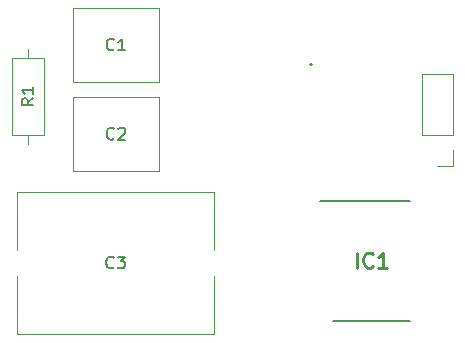
<source format=gbr>
%TF.GenerationSoftware,KiCad,Pcbnew,8.0.8*%
%TF.CreationDate,2025-02-27T22:53:54-05:00*%
%TF.ProjectId,Power_Supply_Board,506f7765-725f-4537-9570-706c795f426f,rev?*%
%TF.SameCoordinates,Original*%
%TF.FileFunction,Legend,Top*%
%TF.FilePolarity,Positive*%
%FSLAX46Y46*%
G04 Gerber Fmt 4.6, Leading zero omitted, Abs format (unit mm)*
G04 Created by KiCad (PCBNEW 8.0.8) date 2025-02-27 22:53:54*
%MOMM*%
%LPD*%
G01*
G04 APERTURE LIST*
%ADD10C,0.150000*%
%ADD11C,0.254000*%
%ADD12C,0.120000*%
%ADD13C,0.200000*%
G04 APERTURE END LIST*
D10*
X169378333Y-93456780D02*
X169330714Y-93504400D01*
X169330714Y-93504400D02*
X169187857Y-93552019D01*
X169187857Y-93552019D02*
X169092619Y-93552019D01*
X169092619Y-93552019D02*
X168949762Y-93504400D01*
X168949762Y-93504400D02*
X168854524Y-93409161D01*
X168854524Y-93409161D02*
X168806905Y-93313923D01*
X168806905Y-93313923D02*
X168759286Y-93123447D01*
X168759286Y-93123447D02*
X168759286Y-92980590D01*
X168759286Y-92980590D02*
X168806905Y-92790114D01*
X168806905Y-92790114D02*
X168854524Y-92694876D01*
X168854524Y-92694876D02*
X168949762Y-92599638D01*
X168949762Y-92599638D02*
X169092619Y-92552019D01*
X169092619Y-92552019D02*
X169187857Y-92552019D01*
X169187857Y-92552019D02*
X169330714Y-92599638D01*
X169330714Y-92599638D02*
X169378333Y-92647257D01*
X169759286Y-92647257D02*
X169806905Y-92599638D01*
X169806905Y-92599638D02*
X169902143Y-92552019D01*
X169902143Y-92552019D02*
X170140238Y-92552019D01*
X170140238Y-92552019D02*
X170235476Y-92599638D01*
X170235476Y-92599638D02*
X170283095Y-92647257D01*
X170283095Y-92647257D02*
X170330714Y-92742495D01*
X170330714Y-92742495D02*
X170330714Y-92837733D01*
X170330714Y-92837733D02*
X170283095Y-92980590D01*
X170283095Y-92980590D02*
X169711667Y-93552019D01*
X169711667Y-93552019D02*
X170330714Y-93552019D01*
X162557619Y-90057266D02*
X162081428Y-90390599D01*
X162557619Y-90628694D02*
X161557619Y-90628694D01*
X161557619Y-90628694D02*
X161557619Y-90247742D01*
X161557619Y-90247742D02*
X161605238Y-90152504D01*
X161605238Y-90152504D02*
X161652857Y-90104885D01*
X161652857Y-90104885D02*
X161748095Y-90057266D01*
X161748095Y-90057266D02*
X161890952Y-90057266D01*
X161890952Y-90057266D02*
X161986190Y-90104885D01*
X161986190Y-90104885D02*
X162033809Y-90152504D01*
X162033809Y-90152504D02*
X162081428Y-90247742D01*
X162081428Y-90247742D02*
X162081428Y-90628694D01*
X162557619Y-89104885D02*
X162557619Y-89676313D01*
X162557619Y-89390599D02*
X161557619Y-89390599D01*
X161557619Y-89390599D02*
X161700476Y-89485837D01*
X161700476Y-89485837D02*
X161795714Y-89581075D01*
X161795714Y-89581075D02*
X161843333Y-89676313D01*
D11*
X189950237Y-104384318D02*
X189950237Y-103114318D01*
X191280714Y-104263365D02*
X191220238Y-104323842D01*
X191220238Y-104323842D02*
X191038809Y-104384318D01*
X191038809Y-104384318D02*
X190917857Y-104384318D01*
X190917857Y-104384318D02*
X190736428Y-104323842D01*
X190736428Y-104323842D02*
X190615476Y-104202889D01*
X190615476Y-104202889D02*
X190554999Y-104081937D01*
X190554999Y-104081937D02*
X190494523Y-103840032D01*
X190494523Y-103840032D02*
X190494523Y-103658603D01*
X190494523Y-103658603D02*
X190554999Y-103416699D01*
X190554999Y-103416699D02*
X190615476Y-103295746D01*
X190615476Y-103295746D02*
X190736428Y-103174794D01*
X190736428Y-103174794D02*
X190917857Y-103114318D01*
X190917857Y-103114318D02*
X191038809Y-103114318D01*
X191038809Y-103114318D02*
X191220238Y-103174794D01*
X191220238Y-103174794D02*
X191280714Y-103235270D01*
X192490238Y-104384318D02*
X191764523Y-104384318D01*
X192127380Y-104384318D02*
X192127380Y-103114318D01*
X192127380Y-103114318D02*
X192006428Y-103295746D01*
X192006428Y-103295746D02*
X191885476Y-103416699D01*
X191885476Y-103416699D02*
X191764523Y-103477175D01*
D10*
X169358333Y-104359580D02*
X169310714Y-104407200D01*
X169310714Y-104407200D02*
X169167857Y-104454819D01*
X169167857Y-104454819D02*
X169072619Y-104454819D01*
X169072619Y-104454819D02*
X168929762Y-104407200D01*
X168929762Y-104407200D02*
X168834524Y-104311961D01*
X168834524Y-104311961D02*
X168786905Y-104216723D01*
X168786905Y-104216723D02*
X168739286Y-104026247D01*
X168739286Y-104026247D02*
X168739286Y-103883390D01*
X168739286Y-103883390D02*
X168786905Y-103692914D01*
X168786905Y-103692914D02*
X168834524Y-103597676D01*
X168834524Y-103597676D02*
X168929762Y-103502438D01*
X168929762Y-103502438D02*
X169072619Y-103454819D01*
X169072619Y-103454819D02*
X169167857Y-103454819D01*
X169167857Y-103454819D02*
X169310714Y-103502438D01*
X169310714Y-103502438D02*
X169358333Y-103550057D01*
X169691667Y-103454819D02*
X170310714Y-103454819D01*
X170310714Y-103454819D02*
X169977381Y-103835771D01*
X169977381Y-103835771D02*
X170120238Y-103835771D01*
X170120238Y-103835771D02*
X170215476Y-103883390D01*
X170215476Y-103883390D02*
X170263095Y-103931009D01*
X170263095Y-103931009D02*
X170310714Y-104026247D01*
X170310714Y-104026247D02*
X170310714Y-104264342D01*
X170310714Y-104264342D02*
X170263095Y-104359580D01*
X170263095Y-104359580D02*
X170215476Y-104407200D01*
X170215476Y-104407200D02*
X170120238Y-104454819D01*
X170120238Y-104454819D02*
X169834524Y-104454819D01*
X169834524Y-104454819D02*
X169739286Y-104407200D01*
X169739286Y-104407200D02*
X169691667Y-104359580D01*
X169378333Y-85906780D02*
X169330714Y-85954400D01*
X169330714Y-85954400D02*
X169187857Y-86002019D01*
X169187857Y-86002019D02*
X169092619Y-86002019D01*
X169092619Y-86002019D02*
X168949762Y-85954400D01*
X168949762Y-85954400D02*
X168854524Y-85859161D01*
X168854524Y-85859161D02*
X168806905Y-85763923D01*
X168806905Y-85763923D02*
X168759286Y-85573447D01*
X168759286Y-85573447D02*
X168759286Y-85430590D01*
X168759286Y-85430590D02*
X168806905Y-85240114D01*
X168806905Y-85240114D02*
X168854524Y-85144876D01*
X168854524Y-85144876D02*
X168949762Y-85049638D01*
X168949762Y-85049638D02*
X169092619Y-85002019D01*
X169092619Y-85002019D02*
X169187857Y-85002019D01*
X169187857Y-85002019D02*
X169330714Y-85049638D01*
X169330714Y-85049638D02*
X169378333Y-85097257D01*
X170330714Y-86002019D02*
X169759286Y-86002019D01*
X170045000Y-86002019D02*
X170045000Y-85002019D01*
X170045000Y-85002019D02*
X169949762Y-85144876D01*
X169949762Y-85144876D02*
X169854524Y-85240114D01*
X169854524Y-85240114D02*
X169759286Y-85287733D01*
D12*
%TO.C,C2*%
X165925000Y-89977200D02*
X165925000Y-96217200D01*
X165925000Y-89977200D02*
X173165000Y-89977200D01*
X165925000Y-96217200D02*
X173165000Y-96217200D01*
X173165000Y-89977200D02*
X173165000Y-96217200D01*
%TO.C,R1*%
X160732800Y-86620600D02*
X160732800Y-93160600D01*
X160732800Y-93160600D02*
X163472800Y-93160600D01*
X162102800Y-85850600D02*
X162102800Y-86620600D01*
X162102800Y-93930600D02*
X162102800Y-93160600D01*
X163472800Y-86620600D02*
X160732800Y-86620600D01*
X163472800Y-93160600D02*
X163472800Y-86620600D01*
D13*
%TO.C,IC1*%
X186800000Y-98730000D02*
X194490000Y-98730000D01*
X187890000Y-108890000D02*
X194490000Y-108890000D01*
D12*
%TO.C,C3*%
X161155000Y-97980000D02*
X161155000Y-102896000D01*
X161155000Y-97980000D02*
X177895000Y-97980000D01*
X161155000Y-105104000D02*
X161155000Y-110020000D01*
X161155000Y-110020000D02*
X177895000Y-110020000D01*
X177895000Y-97980000D02*
X177895000Y-102896000D01*
X177895000Y-105104000D02*
X177895000Y-110020000D01*
%TO.C,J2*%
X195443800Y-93152200D02*
X195443800Y-88012200D01*
X198103800Y-88012200D02*
X195443800Y-88012200D01*
X198103800Y-93152200D02*
X195443800Y-93152200D01*
X198103800Y-93152200D02*
X198103800Y-88012200D01*
X198103800Y-94422200D02*
X198103800Y-95752200D01*
X198103800Y-95752200D02*
X196773800Y-95752200D01*
%TO.C,C1*%
X165925000Y-82427200D02*
X165925000Y-88667200D01*
X165925000Y-82427200D02*
X173165000Y-82427200D01*
X165925000Y-88667200D02*
X173165000Y-88667200D01*
X173165000Y-82427200D02*
X173165000Y-88667200D01*
D13*
%TO.C,J1*%
X186151200Y-87191200D02*
G75*
G02*
X185951200Y-87191200I-100000J0D01*
G01*
X185951200Y-87191200D02*
G75*
G02*
X186151200Y-87191200I100000J0D01*
G01*
%TD*%
M02*

</source>
